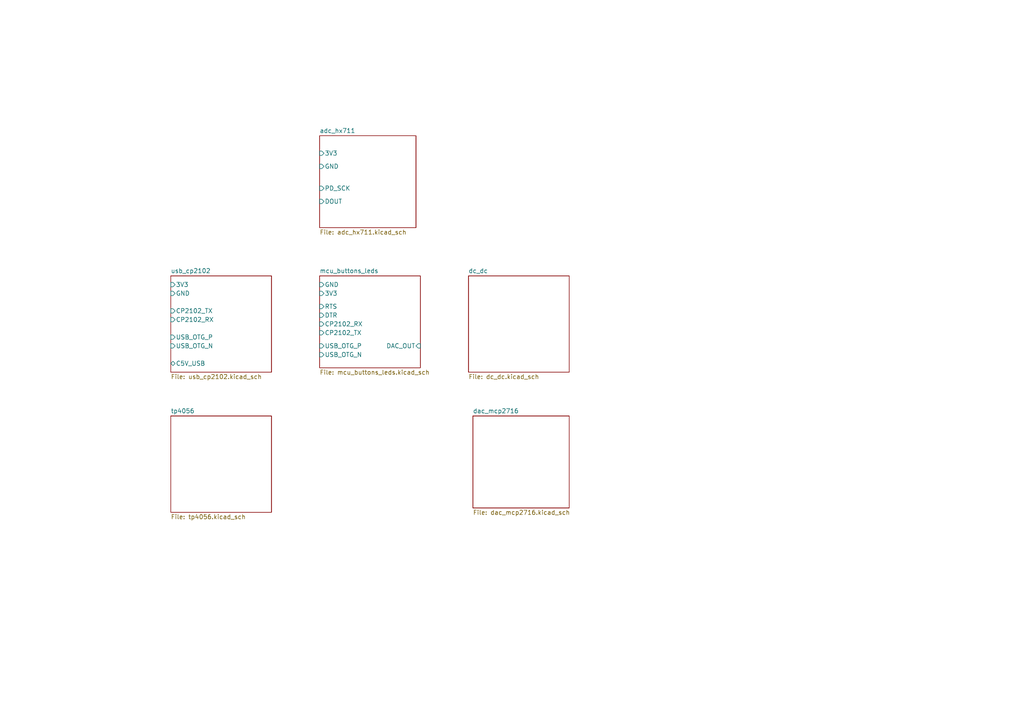
<source format=kicad_sch>
(kicad_sch (version 20230121) (generator eeschema)
  (paper "A4")
  (lib_symbols)
  (sheet (at 92.71 80.01) (size 29.21 26.67) (stroke (width 0.1524))
    (property "Sheetname" "mcu_buttons_leds" (at 92.71 79.2984 0) (effects (justify left bottom)))
    (property "Sheetfile" "mcu_buttons_leds.kicad_sch" (at 92.71 107.2646 0) (effects (justify left top)))
    (pin "GND" input (at 92.71 82.55 180))
    (pin "3V3" input (at 92.71 85.09 180))
    (pin "RTS" input (at 92.71 88.9 180))
    (pin "DTR" input (at 92.71 91.44 180))
    (pin "DAC_OUT" input (at 121.92 100.33 0))
    (pin "USB_OTG_P" input (at 92.71 100.33 180))
    (pin "USB_OTG_N" input (at 92.71 102.87 180))
    (pin "CP2102_RX" input (at 92.71 93.98 180))
    (pin "CP2102_TX" input (at 92.71 96.52 180))
  )
  (sheet (at 49.53 120.65) (size 29.21 27.94) (stroke (width 0.1524))
    (property "Sheetname" "tp4056" (at 49.53 119.9384 0) (effects (justify left bottom)))
    (property "Sheetfile" "tp4056.kicad_sch" (at 49.53 149.1746 0) (effects (justify left top)))
  )
  (sheet (at 135.89 80.01) (size 29.21 27.94) (stroke (width 0.1524))
    (property "Sheetname" "dc_dc" (at 135.89 79.2984 0) (effects (justify left bottom)))
    (property "Sheetfile" "dc_dc.kicad_sch" (at 135.89 108.5346 0) (effects (justify left top)))
  )
  (sheet (at 137.16 120.65) (size 27.94 26.67) (stroke (width 0.1524))
    (property "Sheetname" "dac_mcp2716" (at 137.16 119.9384 0) (effects (justify left bottom)))
    (property "Sheetfile" "dac_mcp2716.kicad_sch" (at 137.16 147.9046 0) (effects (justify left top)))
  )
  (sheet (at 92.71 39.37) (size 27.94 26.67) (stroke (width 0.1524))
    (property "Sheetname" "adc_hx711" (at 92.71 38.6584 0) (effects (justify left bottom)))
    (property "Sheetfile" "adc_hx711.kicad_sch" (at 92.71 66.6246 0) (effects (justify left top)))
    (pin "GND" input (at 92.71 48.26 180))
    (pin "PD_SCK" input (at 92.71 54.61 180))
    (pin "DOUT" input (at 92.71 58.42 180))
    (pin "3V3" input (at 92.71 44.45 180))
  )
  (sheet (at 49.53 80.01) (size 29.21 27.94) (stroke (width 0.1524))
    (property "Sheetname" "usb_cp2102" (at 49.53 79.2984 0) (effects (justify left bottom)))
    (property "Sheetfile" "usb_cp2102.kicad_sch" (at 49.53 108.5346 0) (effects (justify left top)))
    (pin "3V3" input (at 49.53 82.55 180))
    (pin "GND" input (at 49.53 85.09 180))
    (pin "USB_OTG_P" input (at 49.53 97.79 180))
    (pin "C5V_USB" bidirectional (at 49.53 105.41 180))
    (pin "USB_OTG_N" input (at 49.53 100.33 180))
    (pin "CP2102_TX" input (at 49.53 90.17 180))
    (pin "CP2102_RX" input (at 49.53 92.71 180))
  )
)
</source>
